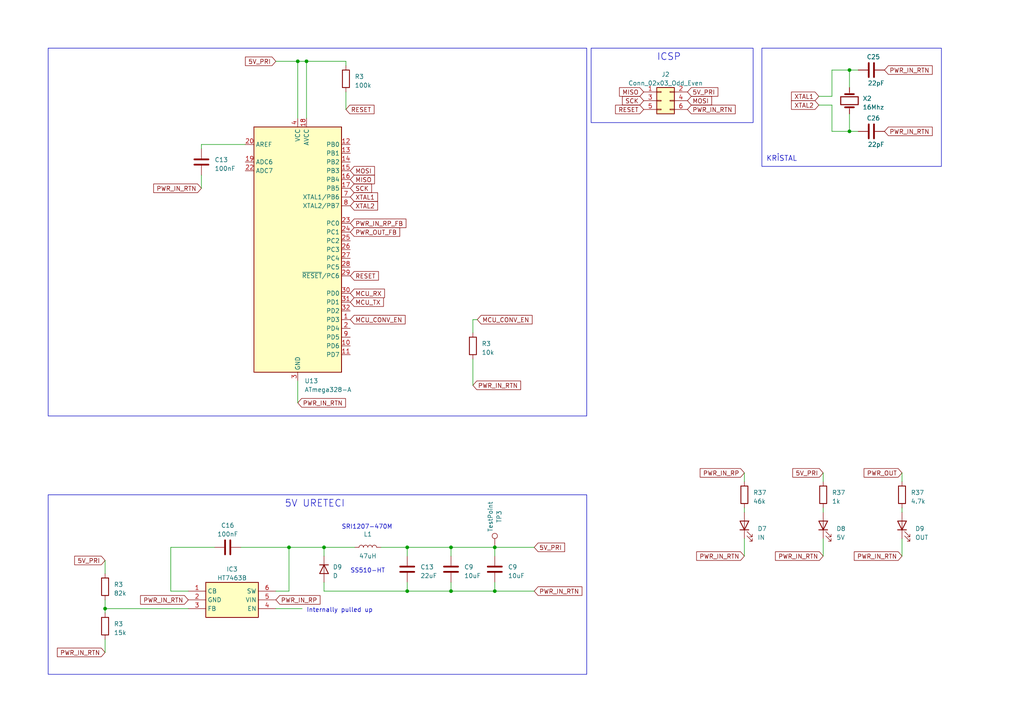
<source format=kicad_sch>
(kicad_sch (version 20230121) (generator eeschema)
  (paper "A4")
  (lib_symbols
    (symbol "Connector:TestPoint" (pin_numbers hide) (pin_names (offset 0.762) hide)
      (property "Reference" "TP" (at 0 6.858 0))
      (property "Value" "TestPoint" (at 0 5.08 0))
      (symbol "TestPoint_0_1"
        (circle (center 0 3.302) (radius 0.762))
      )
      (symbol "TestPoint_1_1"
        (pin passive line (at 0 0 90) (length 2.54) (name "1") (number "1"))
      )
    )
    (symbol "Connector_Generic:Conn_02x03_Odd_Even" (pin_names (offset 1.016) hide)
      (property "Reference" "J" (at 1.27 5.08 0))
      (property "Value" "Conn_02x03_Odd_Even" (at 1.27 -5.08 0))
      (symbol "Conn_02x03_Odd_Even_1_1"
        (rectangle (start -1.27 -2.413) (end 0 -2.667) (stroke (width 0.1524)))
        (rectangle (start -1.27 0.127) (end 0 -0.127) (stroke (width 0.1524)))
        (rectangle (start -1.27 2.667) (end 0 2.413) (stroke (width 0.1524)))
        (rectangle (start -1.27 3.81) (end 3.81 -3.81) (stroke (width 0.254)) (fill (type background)))
        (rectangle (start 3.81 -2.413) (end 2.54 -2.667) (stroke (width 0.1524)))
        (rectangle (start 3.81 0.127) (end 2.54 -0.127) (stroke (width 0.1524)))
        (rectangle (start 3.81 2.667) (end 2.54 2.413) (stroke (width 0.1524)))
        (pin passive line (at -5.08 2.54 0) (length 3.81) (name "Pin_1") (number "1"))
        (pin passive line (at 7.62 2.54 180) (length 3.81) (name "Pin_2") (number "2"))
        (pin passive line (at -5.08 0 0) (length 3.81) (name "Pin_3") (number "3"))
        (pin passive line (at 7.62 0 180) (length 3.81) (name "Pin_4") (number "4"))
        (pin passive line (at -5.08 -2.54 0) (length 3.81) (name "Pin_5") (number "5"))
        (pin passive line (at 7.62 -2.54 180) (length 3.81) (name "Pin_6") (number "6"))
      )
    )
    (symbol "Device:C" (pin_numbers hide) (pin_names (offset 0.254))
      (property "Reference" "C" (at 0.635 2.54 0))
      (property "Value" "C" (at 0.635 -2.54 0))
      (symbol "C_0_1"
        (polyline (pts (xy -2.032 -0.762) (xy 2.032 -0.762)) (stroke (width 0.508)))
        (polyline (pts (xy -2.032 0.762) (xy 2.032 0.762)) (stroke (width 0.508)))
      )
      (symbol "C_1_1"
        (pin passive line (at 0 3.81 270) (length 2.794) (name "~") (number "1"))
        (pin passive line (at 0 -3.81 90) (length 2.794) (name "~") (number "2"))
      )
    )
    (symbol "Device:Crystal" (pin_numbers hide) (pin_names (offset 1.016) hide)
      (property "Reference" "Y" (at 0 3.81 0))
      (property "Value" "Crystal" (at 0 -3.81 0))
      (symbol "Crystal_0_1"
        (rectangle (start -1.143 2.54) (end 1.143 -2.54) (stroke (width 0.3048)))
        (polyline (pts (xy -2.54 0) (xy -1.905 0)))
        (polyline (pts (xy -1.905 -1.27) (xy -1.905 1.27)) (stroke (width 0.508)))
        (polyline (pts (xy 1.905 -1.27) (xy 1.905 1.27)) (stroke (width 0.508)))
        (polyline (pts (xy 2.54 0) (xy 1.905 0)))
      )
      (symbol "Crystal_1_1"
        (pin passive line (at -3.81 0 0) (length 1.27) (name "1") (number "1"))
        (pin passive line (at 3.81 0 180) (length 1.27) (name "2") (number "2"))
      )
    )
    (symbol "Device:D" (pin_numbers hide) (pin_names (offset 1.016) hide)
      (property "Reference" "D" (at 0 2.54 0))
      (property "Value" "D" (at 0 -2.54 0))
      (symbol "D_0_1"
        (polyline (pts (xy -1.27 1.27) (xy -1.27 -1.27)) (stroke (width 0.254)))
        (polyline (pts (xy 1.27 0) (xy -1.27 0)))
        (polyline (pts (xy 1.27 1.27) (xy 1.27 -1.27) (xy -1.27 0) (xy 1.27 1.27)) (stroke (width 0.254)))
      )
      (symbol "D_1_1"
        (pin passive line (at -3.81 0 0) (length 2.54) (name "K") (number "1"))
        (pin passive line (at 3.81 0 180) (length 2.54) (name "A") (number "2"))
      )
    )
    (symbol "Device:L" (pin_numbers hide) (pin_names (offset 1.016) hide)
      (property "Reference" "L" (at -1.27 0 90))
      (property "Value" "L" (at 1.905 0 90))
      (symbol "L_0_1"
        (arc (start 0 -2.54) (mid 0.6323 -1.905) (end 0 -1.27))
        (arc (start 0 -1.27) (mid 0.6323 -0.635) (end 0 0))
        (arc (start 0 0) (mid 0.6323 0.635) (end 0 1.27))
        (arc (start 0 1.27) (mid 0.6323 1.905) (end 0 2.54))
      )
      (symbol "L_1_1"
        (pin passive line (at 0 3.81 270) (length 1.27) (name "1") (number "1"))
        (pin passive line (at 0 -3.81 90) (length 1.27) (name "2") (number "2"))
      )
    )
    (symbol "Device:LED" (pin_numbers hide) (pin_names (offset 1.016) hide)
      (property "Reference" "D" (at 0 2.54 0))
      (property "Value" "LED" (at 0 -2.54 0))
      (symbol "LED_0_1"
        (polyline (pts (xy -1.27 -1.27) (xy -1.27 1.27)) (stroke (width 0.254)))
        (polyline (pts (xy -1.27 0) (xy 1.27 0)))
        (polyline (pts (xy 1.27 -1.27) (xy 1.27 1.27) (xy -1.27 0) (xy 1.27 -1.27)) (stroke (width 0.254)))
        (polyline (pts (xy -3.048 -0.762) (xy -4.572 -2.286) (xy -3.81 -2.286) (xy -4.572 -2.286) (xy -4.572 -1.524)))
        (polyline (pts (xy -1.778 -0.762) (xy -3.302 -2.286) (xy -2.54 -2.286) (xy -3.302 -2.286) (xy -3.302 -1.524)))
      )
      (symbol "LED_1_1"
        (pin passive line (at -3.81 0 0) (length 2.54) (name "K") (number "1"))
        (pin passive line (at 3.81 0 180) (length 2.54) (name "A") (number "2"))
      )
    )
    (symbol "Device:R" (pin_numbers hide) (pin_names (offset 0))
      (property "Reference" "R" (at 2.032 0 90))
      (property "Value" "R" (at 0 0 90))
      (symbol "R_0_1"
        (rectangle (start -1.016 -2.54) (end 1.016 2.54) (stroke (width 0.254)))
      )
      (symbol "R_1_1"
        (pin passive line (at 0 3.81 270) (length 1.27) (name "~") (number "1"))
        (pin passive line (at 0 -3.81 90) (length 1.27) (name "~") (number "2"))
      )
    )
    (symbol "HT7463B:HT7463B"
      (property "Reference" "IC" (at 21.59 7.62 0))
      (property "Value" "HT7463B" (at 21.59 5.08 0))
      (symbol "HT7463B_1_1"
        (rectangle (start 5.08 2.54) (end 20.32 -7.62) (stroke (width 0.254)) (fill (type background)))
        (pin passive line (at 0 0 0) (length 5.08) (name "CB") (number "1"))
        (pin passive line (at 0 -2.54 0) (length 5.08) (name "GND") (number "2"))
        (pin passive line (at 0 -5.08 0) (length 5.08) (name "FB") (number "3"))
        (pin passive line (at 25.4 -5.08 180) (length 5.08) (name "EN") (number "4"))
        (pin passive line (at 25.4 -2.54 180) (length 5.08) (name "VIN") (number "5"))
        (pin passive line (at 25.4 0 180) (length 5.08) (name "SW") (number "6"))
      )
    )
    (symbol "MCU_Microchip_ATmega:ATmega328-A"
      (property "Reference" "U" (at -12.7 36.83 0))
      (property "Value" "ATmega328-A" (at 2.54 -36.83 0))
      (symbol "ATmega328-A_0_1"
        (rectangle (start -12.7 -35.56) (end 12.7 35.56) (stroke (width 0.254)) (fill (type background)))
      )
      (symbol "ATmega328-A_1_1"
        (pin bidirectional line (at 15.24 -20.32 180) (length 2.54) (name "PD3") (number "1"))
        (pin bidirectional line (at 15.24 -27.94 180) (length 2.54) (name "PD6") (number "10"))
        (pin bidirectional line (at 15.24 -30.48 180) (length 2.54) (name "PD7") (number "11"))
        (pin bidirectional line (at 15.24 30.48 180) (length 2.54) (name "PB0") (number "12"))
        (pin bidirectional line (at 15.24 27.94 180) (length 2.54) (name "PB1") (number "13"))
        (pin bidirectional line (at 15.24 25.4 180) (length 2.54) (name "PB2") (number "14"))
        (pin bidirectional line (at 15.24 22.86 180) (length 2.54) (name "PB3") (number "15"))
        (pin bidirectional line (at 15.24 20.32 180) (length 2.54) (name "PB4") (number "16"))
        (pin bidirectional line (at 15.24 17.78 180) (length 2.54) (name "PB5") (number "17"))
        (pin power_in line (at 2.54 38.1 270) (length 2.54) (name "AVCC") (number "18"))
        (pin input line (at -15.24 25.4 0) (length 2.54) (name "ADC6") (number "19"))
        (pin bidirectional line (at 15.24 -22.86 180) (length 2.54) (name "PD4") (number "2"))
        (pin passive line (at -15.24 30.48 0) (length 2.54) (name "AREF") (number "20"))
        (pin passive line (at 0 -38.1 90) (length 2.54) hide (name "GND") (number "21"))
        (pin input line (at -15.24 22.86 0) (length 2.54) (name "ADC7") (number "22"))
        (pin bidirectional line (at 15.24 7.62 180) (length 2.54) (name "PC0") (number "23"))
        (pin bidirectional line (at 15.24 5.08 180) (length 2.54) (name "PC1") (number "24"))
        (pin bidirectional line (at 15.24 2.54 180) (length 2.54) (name "PC2") (number "25"))
        (pin bidirectional line (at 15.24 0 180) (length 2.54) (name "PC3") (number "26"))
        (pin bidirectional line (at 15.24 -2.54 180) (length 2.54) (name "PC4") (number "27"))
        (pin bidirectional line (at 15.24 -5.08 180) (length 2.54) (name "PC5") (number "28"))
        (pin bidirectional line (at 15.24 -7.62 180) (length 2.54) (name "~{RESET}/PC6") (number "29"))
        (pin power_in line (at 0 -38.1 90) (length 2.54) (name "GND") (number "3"))
        (pin bidirectional line (at 15.24 -12.7 180) (length 2.54) (name "PD0") (number "30"))
        (pin bidirectional line (at 15.24 -15.24 180) (length 2.54) (name "PD1") (number "31"))
        (pin bidirectional line (at 15.24 -17.78 180) (length 2.54) (name "PD2") (number "32"))
        (pin power_in line (at 0 38.1 270) (length 2.54) (name "VCC") (number "4"))
        (pin passive line (at 0 -38.1 90) (length 2.54) hide (name "GND") (number "5"))
        (pin passive line (at 0 38.1 270) (length 2.54) hide (name "VCC") (number "6"))
        (pin bidirectional line (at 15.24 15.24 180) (length 2.54) (name "XTAL1/PB6") (number "7"))
        (pin bidirectional line (at 15.24 12.7 180) (length 2.54) (name "XTAL2/PB7") (number "8"))
        (pin bidirectional line (at 15.24 -25.4 180) (length 2.54) (name "PD5") (number "9"))
      )
    )
  )
  (junction (at 86.36 17.78))
  (junction (at 130.81 158.75))
  (junction (at 93.98 158.75))
  (junction (at 143.51 171.45))
  (junction (at 246.38 20.32))
  (junction (at 130.81 171.45))
  (junction (at 88.9 17.78))
  (junction (at 118.11 158.75))
  (junction (at 83.82 158.75))
  (junction (at 143.51 158.75))
  (junction (at 30.48 176.53))
  (junction (at 246.38 38.1))
  (junction (at 118.11 171.45))
  (wire (pts (xy 215.9 156.21) (xy 215.9 161.29)))
  (wire (pts (xy 215.9 137.16) (xy 215.9 139.7)))
  (wire (pts (xy 143.51 158.75) (xy 154.94 158.75)))
  (wire (pts (xy 137.16 92.71) (xy 137.16 96.52)))
  (wire (pts (xy 58.42 41.91) (xy 58.42 43.18)))
  (wire (pts (xy 86.36 110.49) (xy 86.36 116.84)))
  (wire (pts (xy 100.33 19.05) (xy 100.33 17.78)))
  (wire (pts (xy 93.98 158.75) (xy 102.87 158.75)))
  (wire (pts (xy 88.9 34.29) (xy 88.9 17.78)))
  (wire (pts (xy 83.82 158.75) (xy 83.82 171.45)))
  (wire (pts (xy 93.98 168.91) (xy 93.98 171.45)))
  (wire (pts (xy 246.38 38.1) (xy 241.3 38.1)))
  (wire (pts (xy 143.51 171.45) (xy 154.94 171.45)))
  (wire (pts (xy 246.38 25.4) (xy 246.38 20.32)))
  (wire (pts (xy 130.81 171.45) (xy 143.51 171.45)))
  (wire (pts (xy 246.38 20.32) (xy 241.3 20.32)))
  (wire (pts (xy 49.53 171.45) (xy 49.53 158.75)))
  (wire (pts (xy 215.9 147.32) (xy 215.9 148.59)))
  (wire (pts (xy 246.38 38.1) (xy 248.92 38.1)))
  (wire (pts (xy 241.3 38.1) (xy 241.3 30.48)))
  (wire (pts (xy 100.33 26.67) (xy 100.33 31.75)))
  (wire (pts (xy 30.48 162.56) (xy 30.48 166.37)))
  (wire (pts (xy 49.53 158.75) (xy 62.23 158.75)))
  (wire (pts (xy 110.49 158.75) (xy 118.11 158.75)))
  (wire (pts (xy 58.42 50.8) (xy 58.42 54.61)))
  (wire (pts (xy 118.11 158.75) (xy 118.11 161.29)))
  (wire (pts (xy 69.85 158.75) (xy 83.82 158.75)))
  (wire (pts (xy 80.01 17.78) (xy 86.36 17.78)))
  (wire (pts (xy 261.62 156.21) (xy 261.62 161.29)))
  (wire (pts (xy 237.49 30.48) (xy 241.3 30.48)))
  (wire (pts (xy 83.82 171.45) (xy 80.01 171.45)))
  (wire (pts (xy 88.9 17.78) (xy 100.33 17.78)))
  (wire (pts (xy 237.49 27.94) (xy 241.3 27.94)))
  (wire (pts (xy 137.16 104.14) (xy 137.16 111.76)))
  (wire (pts (xy 143.51 161.29) (xy 143.51 158.75)))
  (wire (pts (xy 118.11 168.91) (xy 118.11 171.45)))
  (wire (pts (xy 118.11 171.45) (xy 130.81 171.45)))
  (wire (pts (xy 238.76 137.16) (xy 238.76 139.7)))
  (wire (pts (xy 238.76 147.32) (xy 238.76 148.59)))
  (wire (pts (xy 93.98 171.45) (xy 118.11 171.45)))
  (wire (pts (xy 30.48 173.99) (xy 30.48 176.53)))
  (wire (pts (xy 88.9 17.78) (xy 86.36 17.78)))
  (wire (pts (xy 58.42 41.91) (xy 71.12 41.91)))
  (wire (pts (xy 241.3 20.32) (xy 241.3 27.94)))
  (wire (pts (xy 246.38 33.02) (xy 246.38 38.1)))
  (wire (pts (xy 30.48 176.53) (xy 30.48 177.8)))
  (wire (pts (xy 83.82 158.75) (xy 93.98 158.75)))
  (wire (pts (xy 246.38 20.32) (xy 248.92 20.32)))
  (wire (pts (xy 138.43 92.71) (xy 137.16 92.71)))
  (wire (pts (xy 130.81 168.91) (xy 130.81 171.45)))
  (wire (pts (xy 238.76 156.21) (xy 238.76 161.29)))
  (wire (pts (xy 130.81 158.75) (xy 143.51 158.75)))
  (wire (pts (xy 93.98 158.75) (xy 93.98 161.29)))
  (wire (pts (xy 80.01 176.53) (xy 87.63 176.53)))
  (wire (pts (xy 54.61 171.45) (xy 49.53 171.45)))
  (wire (pts (xy 261.62 137.16) (xy 261.62 139.7)))
  (wire (pts (xy 130.81 161.29) (xy 130.81 158.75)))
  (wire (pts (xy 261.62 147.32) (xy 261.62 148.59)))
  (wire (pts (xy 30.48 185.42) (xy 30.48 189.23)))
  (wire (pts (xy 143.51 168.91) (xy 143.51 171.45)))
  (wire (pts (xy 30.48 176.53) (xy 54.61 176.53)))
  (wire (pts (xy 118.11 158.75) (xy 130.81 158.75)))
  (wire (pts (xy 86.36 17.78) (xy 86.36 34.29)))
  (rectangle (start 171.45 13.97) (end 218.44 35.56))
  (rectangle (start 13.97 13.97) (end 170.18 120.65))
  (rectangle (start 13.97 143.51) (end 170.18 195.58))
  (rectangle (start 220.98 13.97) (end 273.05 48.26))
  (text "SRI1207-470M" (at 99.06 153.67 0) (effects (font (size 1.27 1.27)) (justify left bottom)))
  (text "KRİSTAL" (at 222.25 46.99 0) (effects (font (size 1.5 1.5)) (justify left bottom)))
  (text "SS510-HT" (at 101.6 166.37 0) (effects (font (size 1.27 1.27)) (justify left bottom)))
  (text "Internally pulled up" (at 88.9 177.8 0) (effects (font (size 1.27 1.27)) (justify left bottom)))
  (text "ICSP" (at 190.5 17.78 0) (effects (font (size 2 2)) (justify left bottom)))
  (text "5V URETECI" (at 82.55 147.32 0) (effects (font (size 2 2)) (justify left bottom)))
  (global_label "PWR_IN_RTN" (shape input) (at 199.39 31.75 0) (property "Intersheetrefs" "${INTERSHEET_REFS}" (effects hide)))
  (global_label "5V_PRI" (shape input) (at 238.76 137.16 180) (property "Intersheetrefs" "${INTERSHEET_REFS}" (effects hide)))
  (global_label "MCU_CONV_EN" (shape input) (at 101.6 92.71 0) (property "Intersheetrefs" "${INTERSHEET_REFS}" (effects hide)))
  (global_label "MOSI" (shape input) (at 101.6 49.53 0) (property "Intersheetrefs" "${INTERSHEET_REFS}" (effects hide)))
  (global_label "5V_PRI" (shape input) (at 154.94 158.75 0) (property "Intersheetrefs" "${INTERSHEET_REFS}" (effects hide)))
  (global_label "5V_PRI" (shape input) (at 30.48 162.56 180) (property "Intersheetrefs" "${INTERSHEET_REFS}" (effects hide)))
  (global_label "PWR_OUT" (shape input) (at 261.62 137.16 180) (property "Intersheetrefs" "${INTERSHEET_REFS}" (effects hide)))
  (global_label "PWR_OUT_FB" (shape input) (at 101.6 67.31 0) (property "Intersheetrefs" "${INTERSHEET_REFS}" (effects hide)))
  (global_label "PWR_IN_RP_FB" (shape input) (at 101.6 64.77 0) (property "Intersheetrefs" "${INTERSHEET_REFS}" (effects hide)))
  (global_label "PWR_IN_RTN" (shape input) (at 30.48 189.23 180) (property "Intersheetrefs" "${INTERSHEET_REFS}" (effects hide)))
  (global_label "RESET" (shape input) (at 186.69 31.75 180) (property "Intersheetrefs" "${INTERSHEET_REFS}" (effects hide)))
  (global_label "MCU_RX" (shape input) (at 101.6 85.09 0) (property "Intersheetrefs" "${INTERSHEET_REFS}" (effects hide)))
  (global_label "PWR_IN_RTN" (shape input) (at 58.42 54.61 180) (property "Intersheetrefs" "${INTERSHEET_REFS}" (effects hide)))
  (global_label "RESET" (shape input) (at 100.33 31.75 0) (property "Intersheetrefs" "${INTERSHEET_REFS}" (effects hide)))
  (global_label "PWR_IN_RTN" (shape input) (at 54.61 173.99 180) (property "Intersheetrefs" "${INTERSHEET_REFS}" (effects hide)))
  (global_label "PWR_IN_RP" (shape input) (at 215.9 137.16 180) (property "Intersheetrefs" "${INTERSHEET_REFS}" (effects hide)))
  (global_label "PWR_IN_RTN" (shape input) (at 215.9 161.29 180) (property "Intersheetrefs" "${INTERSHEET_REFS}" (effects hide)))
  (global_label "PWR_IN_RTN" (shape input) (at 256.54 20.32 0) (property "Intersheetrefs" "${INTERSHEET_REFS}" (effects hide)))
  (global_label "MOSI" (shape input) (at 199.39 29.21 0) (property "Intersheetrefs" "${INTERSHEET_REFS}" (effects hide)))
  (global_label "SCK" (shape input) (at 101.6 54.61 0) (property "Intersheetrefs" "${INTERSHEET_REFS}" (effects hide)))
  (global_label "5V_PRI" (shape input) (at 199.39 26.67 0) (property "Intersheetrefs" "${INTERSHEET_REFS}" (effects hide)))
  (global_label "RESET" (shape input) (at 101.6 80.01 0) (property "Intersheetrefs" "${INTERSHEET_REFS}" (effects hide)))
  (global_label "PWR_IN_RTN" (shape input) (at 86.36 116.84 0) (property "Intersheetrefs" "${INTERSHEET_REFS}" (effects hide)))
  (global_label "PWR_IN_RTN" (shape input) (at 261.62 161.29 180) (property "Intersheetrefs" "${INTERSHEET_REFS}" (effects hide)))
  (global_label "PWR_IN_RTN" (shape input) (at 238.76 161.29 180) (property "Intersheetrefs" "${INTERSHEET_REFS}" (effects hide)))
  (global_label "XTAL1" (shape input) (at 237.49 27.94 180) (property "Intersheetrefs" "${INTERSHEET_REFS}" (effects hide)))
  (global_label "XTAL1" (shape input) (at 101.6 57.15 0) (property "Intersheetrefs" "${INTERSHEET_REFS}" (effects hide)))
  (global_label "SCK" (shape input) (at 186.69 29.21 180) (property "Intersheetrefs" "${INTERSHEET_REFS}" (effects hide)))
  (global_label "MCU_TX" (shape input) (at 101.6 87.63 0) (property "Intersheetrefs" "${INTERSHEET_REFS}" (effects hide)))
  (global_label "PWR_IN_RTN" (shape input) (at 154.94 171.45 0) (property "Intersheetrefs" "${INTERSHEET_REFS}" (effects hide)))
  (global_label "PWR_IN_RP" (shape input) (at 80.01 173.99 0) (property "Intersheetrefs" "${INTERSHEET_REFS}" (effects hide)))
  (global_label "MISO" (shape input) (at 101.6 52.07 0) (property "Intersheetrefs" "${INTERSHEET_REFS}" (effects hide)))
  (global_label "MCU_CONV_EN" (shape input) (at 138.43 92.71 0) (property "Intersheetrefs" "${INTERSHEET_REFS}" (effects hide)))
  (global_label "5V_PRI" (shape input) (at 80.01 17.78 180) (property "Intersheetrefs" "${INTERSHEET_REFS}" (effects hide)))
  (global_label "MISO" (shape input) (at 186.69 26.67 180) (property "Intersheetrefs" "${INTERSHEET_REFS}" (effects hide)))
  (global_label "XTAL2" (shape input) (at 101.6 59.69 0) (property "Intersheetrefs" "${INTERSHEET_REFS}" (effects hide)))
  (global_label "PWR_IN_RTN" (shape input) (at 256.54 38.1 0) (property "Intersheetrefs" "${INTERSHEET_REFS}" (effects hide)))
  (global_label "XTAL2" (shape input) (at 237.49 30.48 180) (property "Intersheetrefs" "${INTERSHEET_REFS}" (effects hide)))
  (global_label "PWR_IN_RTN" (shape input) (at 137.16 111.76 0) (property "Intersheetrefs" "${INTERSHEET_REFS}" (effects hide)))
  (symbol (lib_id "Connector:TestPoint") (at 143.51 158.75 0) (unit 1)
    (property "Reference" "TP3" (at 144.78 149.86 90))
    (property "Value" "TestPoint" (at 142.24 149.86 90))
    (property "Footprint" "TestPoint:TestPoint_THTPad_D2.0mm_Drill1.0mm" (effects hide))
    (instances (project "power" (path "" (reference "TP3") (unit 1))) (project "MTAL_PWR" (path "" (reference "TP1") (unit 1)) (path "" (reference "5V_PRI1") (unit 1))) (project "24V_1A" (path "" (reference "TP1") (unit 1))) (project "GEP_HW" (path "" (reference "TP3") (unit 1)) (path "" (reference "3V3") (unit 1))))
  )
  (symbol (lib_id "Device:Crystal") (at 246.38 29.21 90) (unit 1)
    (property "Reference" "X2" (at 250.19 28.575 90) (effects (justify right)))
    (property "Value" "16Mhz" (at 250.19 31.115 90) (effects (justify right)))
    (property "Footprint" "Crystal:Crystal_HC49-4H_Vertical" (effects hide))
    (instances (project "ethernet" (path "" (reference "X2") (unit 1))) (project "MTAL_PWR" (path "" (reference "X1") (unit 1))) (project "24V_1A" (path "" (reference "X1") (unit 1))) (project "GEP_HW" (path "" (reference "X2") (unit 1))))
  )
  (symbol (lib_id "Device:LED") (at 215.9 152.4 90) (unit 1)
    (property "Reference" "D7" (at 219.71 153.3525 90) (effects (justify right)))
    (property "Value" "IN" (at 219.71 155.8925 90) (effects (justify right)))
    (property "Footprint" "LED_SMD:LED_0603_1608Metric_Pad1.05x0.95mm_HandSolder" (effects hide))
  )
  (symbol (lib_id "Connector_Generic:Conn_02x03_Odd_Even") (at 191.77 29.21 0) (unit 1)
    (property "Reference" "J2" (at 193.04 21.59 0))
    (property "Value" "Conn_02x03_Odd_Even" (at 193.04 24.13 0))
    (property "Footprint" "Connector_PinHeader_2.54mm:PinHeader_2x03_P2.54mm_Vertical" (effects hide))
  )
  (symbol (lib_id "Device:C") (at 58.42 46.99 180) (unit 1)
    (property "Reference" "C13" (at 62.23 46.355 0) (effects (justify right)))
    (property "Value" "100nF" (at 62.23 48.895 0) (effects (justify right)))
    (property "Footprint" "Capacitor_SMD:C_0603_1608Metric_Pad1.08x0.95mm_HandSolder" (effects hide))
    (instances (project "MTAL_PWR" (path "" (reference "C13") (unit 1)) (path "" (reference "C43") (unit 1)) (path "" (reference "C55") (unit 1)) (path "" (reference "C68") (unit 1))) (project "24V_1A" (path "" (reference "C27") (unit 1))))
  )
  (symbol (lib_id "Device:R") (at 137.16 100.33 0) (unit 1)
    (property "Reference" "R3" (at 139.7 99.695 0) (effects (justify left)))
    (property "Value" "10k" (at 139.7 102.235 0) (effects (justify left)))
    (property "Footprint" "Resistor_SMD:R_0603_1608Metric" (effects hide))
    (instances (project "MTAL_PWR" (path "" (reference "R3") (unit 1)) (path "" (reference "R19") (unit 1)) (path "" (reference "R37") (unit 1)) (path "" (reference "R56") (unit 1))) (project "24V_1A" (path "" (reference "R13") (unit 1))))
  )
  (symbol (lib_id "Device:R") (at 100.33 22.86 0) (unit 1)
    (property "Reference" "R3" (at 102.87 22.225 0) (effects (justify left)))
    (property "Value" "100k" (at 102.87 24.765 0) (effects (justify left)))
    (property "Footprint" "Resistor_SMD:R_0603_1608Metric" (effects hide))
    (instances (project "MTAL_PWR" (path "" (reference "R3") (unit 1)) (path "" (reference "R19") (unit 1)) (path "" (reference "R37") (unit 1)) (path "" (reference "R56") (unit 1))) (project "24V_1A" (path "" (reference "R5") (unit 1))))
  )
  (symbol (lib_id "Device:R") (at 238.76 143.51 0) (unit 1)
    (property "Reference" "R37" (at 241.3 142.875 0) (effects (justify left)))
    (property "Value" "1k" (at 241.3 145.415 0) (effects (justify left)))
    (property "Footprint" "Resistor_SMD:R_0603_1608Metric" (effects hide))
    (instances (project "MCU_LED_COMM" (path "" (reference "R37") (unit 1))) (project "power" (path "" (reference "R37") (unit 1))) (project "MTAL_PWR" (path "" (reference "R64") (unit 1))) (project "24V_1A" (path "" (reference "R15") (unit 1))) (project "GEP_HW" (path "" (reference "R37") (unit 1)) (path "" (reference "R4") (unit 1)) (path "" (reference "R56") (unit 1)) (path "" (reference "R28") (unit 1))))
  )
  (symbol (lib_id "Device:C") (at 252.73 38.1 90) (unit 1)
    (property "Reference" "C26" (at 255.27 34.29 90) (effects (justify left)))
    (property "Value" "22pF" (at 256.54 41.91 90) (effects (justify left)))
    (property "Footprint" "Capacitor_SMD:C_0603_1608Metric" (effects hide))
    (instances (project "ethernet" (path "" (reference "C26") (unit 1))) (project "MTAL_PWR" (path "" (reference "C64") (unit 1))) (project "24V_1A" (path "" (reference "C29") (unit 1))) (project "GEP_HW" (path "" (reference "C26") (unit 1))))
  )
  (symbol (lib_id "Device:LED") (at 261.62 152.4 90) (unit 1)
    (property "Reference" "D9" (at 265.43 153.3525 90) (effects (justify right)))
    (property "Value" "OUT" (at 265.43 155.8925 90) (effects (justify right)))
    (property "Footprint" "LED_SMD:LED_0603_1608Metric_Pad1.05x0.95mm_HandSolder" (effects hide))
  )
  (symbol (lib_id "Device:LED") (at 238.76 152.4 90) (unit 1)
    (property "Reference" "D8" (at 242.57 153.3525 90) (effects (justify right)))
    (property "Value" "5V" (at 242.57 155.8925 90) (effects (justify right)))
    (property "Footprint" "LED_SMD:LED_0603_1608Metric_Pad1.05x0.95mm_HandSolder" (effects hide))
  )
  (symbol (lib_id "Device:R") (at 215.9 143.51 0) (unit 1)
    (property "Reference" "R37" (at 218.44 142.875 0) (effects (justify left)))
    (property "Value" "46k" (at 218.44 145.415 0) (effects (justify left)))
    (property "Footprint" "Resistor_SMD:R_0603_1608Metric" (effects hide))
    (instances (project "MCU_LED_COMM" (path "" (reference "R37") (unit 1))) (project "power" (path "" (reference "R37") (unit 1))) (project "MTAL_PWR" (path "" (reference "R64") (unit 1))) (project "24V_1A" (path "" (reference "R14") (unit 1))) (project "GEP_HW" (path "" (reference "R37") (unit 1)) (path "" (reference "R4") (unit 1)) (path "" (reference "R56") (unit 1)) (path "" (reference "R28") (unit 1))))
  )
  (symbol (lib_id "HT7463B:HT7463B") (at 54.61 171.45 0) (unit 1)
    (property "Reference" "IC3" (at 67.31 165.1 0))
    (property "Value" "HT7463B" (at 67.31 167.64 0))
    (property "Footprint" "HT7463B:SOT95P280X145-6N" (effects hide))
    (property "Datasheet" "https://cdn.ozdisan.com/ETicaret_Dosya/533375_4556522.pdf" (effects hide))
    (property "Height" "1.45" (effects hide))
    (property "Manufacturer_Name" "Holtek" (effects hide))
    (property "Manufacturer_Part_Number" "HT7463B" (effects hide))
    (instances (project "MTAL_PWR" (path "" (reference "IC3") (unit 1))) (project "24V_1A" (path "" (reference "IC2") (unit 1))))
  )
  (symbol (lib_id "Device:C") (at 252.73 20.32 90) (unit 1)
    (property "Reference" "C25" (at 255.27 16.51 90) (effects (justify left)))
    (property "Value" "22pF" (at 256.54 24.13 90) (effects (justify left)))
    (property "Footprint" "Capacitor_SMD:C_0603_1608Metric" (effects hide))
    (instances (project "ethernet" (path "" (reference "C25") (unit 1))) (project "MTAL_PWR" (path "" (reference "C63") (unit 1))) (project "24V_1A" (path "" (reference "C28") (unit 1))) (project "GEP_HW" (path "" (reference "C25") (unit 1))))
  )
  (symbol (lib_id "Device:C") (at 118.11 165.1 180) (unit 1)
    (property "Reference" "C13" (at 121.92 164.465 0) (effects (justify right)))
    (property "Value" "22uF" (at 121.92 167.005 0) (effects (justify right)))
    (property "Footprint" "Capacitor_SMD:C_1206_3216Metric_Pad1.33x1.80mm_HandSolder" (effects hide))
    (instances (project "MTAL_PWR" (path "" (reference "C13") (unit 1)) (path "" (reference "C71") (unit 1))) (project "24V_1A" (path "" (reference "C31") (unit 1))))
  )
  (symbol (lib_id "Device:C") (at 143.51 165.1 0) (unit 1)
    (property "Reference" "C9" (at 147.32 164.465 0) (effects (justify left)))
    (property "Value" "10uF" (at 147.32 167.005 0) (effects (justify left)))
    (property "Footprint" "Capacitor_SMD:C_1206_3216Metric_Pad1.33x1.80mm_HandSolder" (effects hide))
    (instances (project "MTAL_PWR" (path "" (reference "C9") (unit 1)) (path "" (reference "C42") (unit 1))) (project "24V_1A" (path "" (reference "C33") (unit 1))))
  )
  (symbol (lib_id "Device:R") (at 30.48 170.18 0) (mirror y) (unit 1)
    (property "Reference" "R3" (at 33.02 169.545 0) (effects (justify right)))
    (property "Value" "82k" (at 33.02 172.085 0) (effects (justify right)))
    (property "Footprint" "Resistor_SMD:R_0603_1608Metric" (effects hide))
    (instances (project "MTAL_PWR" (path "" (reference "R3") (unit 1)) (path "" (reference "R79") (unit 1))) (project "24V_1A" (path "" (reference "R6") (unit 1))))
  )
  (symbol (lib_id "Device:D") (at 93.98 165.1 270) (unit 1)
    (property "Reference" "D9" (at 96.52 164.465 90) (effects (justify left)))
    (property "Value" "D" (at 96.52 167.005 90) (effects (justify left)))
    (property "Footprint" "Diode_SMD:D_SMA" (effects hide))
    (property "Sim.Device" "D" (effects hide))
    (property "Sim.Pins" "1=K 2=A" (effects hide))
    (instances (project "relay" (path "" (reference "D9") (unit 1))) (project "MTAL_PWR" (path "" (reference "D6") (unit 1)) (path "" (reference "D17") (unit 1))) (project "24V_1A" (path "" (reference "D3") (unit 1))) (project "GEP_HW" (path "" (reference "D9") (unit 1))))
  )
  (symbol (lib_id "Device:R") (at 261.62 143.51 0) (unit 1)
    (property "Reference" "R37" (at 264.16 142.875 0) (effects (justify left)))
    (property "Value" "4.7k" (at 264.16 145.415 0) (effects (justify left)))
    (property "Footprint" "Resistor_SMD:R_0603_1608Metric" (effects hide))
    (instances (project "MCU_LED_COMM" (path "" (reference "R37") (unit 1))) (project "power" (path "" (reference "R37") (unit 1))) (project "MTAL_PWR" (path "" (reference "R64") (unit 1))) (project "24V_1A" (path "" (reference "R16") (unit 1))) (project "GEP_HW" (path "" (reference "R37") (unit 1)) (path "" (reference "R4") (unit 1)) (path "" (reference "R56") (unit 1)) (path "" (reference "R28") (unit 1))))
  )
  (symbol (lib_id "Device:L") (at 106.68 158.75 90) (unit 1)
    (property "Reference" "L1" (at 106.68 154.94 90))
    (property "Value" "47uH" (at 106.68 161.29 90))
    (property "Footprint" "Inductor_SMD:L_12x12mm_H8mm" (effects hide))
    (instances (project "power" (path "" (reference "L1") (unit 1))) (project "MTAL_PWR" (path "" (reference "L1") (unit 1)) (path "" (reference "L3") (unit 1))) (project "24V_1A" (path "" (reference "L2") (unit 1))) (project "GEP_HW" (path "" (reference "L1") (unit 1))))
  )
  (symbol (lib_id "Device:R") (at 30.48 181.61 0) (mirror y) (unit 1)
    (property "Reference" "R3" (at 33.02 180.975 0) (effects (justify right)))
    (property "Value" "15k" (at 33.02 183.515 0) (effects (justify right)))
    (property "Footprint" "Resistor_SMD:R_0603_1608Metric" (effects hide))
    (instances (project "MTAL_PWR" (path "" (reference "R3") (unit 1)) (path "" (reference "R80") (unit 1))) (project "24V_1A" (path "" (reference "R7") (unit 1))))
  )
  (symbol (lib_id "Device:C") (at 130.81 165.1 0) (unit 1)
    (property "Reference" "C9" (at 134.62 164.465 0) (effects (justify left)))
    (property "Value" "10uF" (at 134.62 167.005 0) (effects (justify left)))
    (property "Footprint" "Capacitor_SMD:C_1206_3216Metric_Pad1.33x1.80mm_HandSolder" (effects hide))
    (instances (project "MTAL_PWR" (path "" (reference "C9") (unit 1)) (path "" (reference "C41") (unit 1))) (project "24V_1A" (path "" (reference "C32") (unit 1))))
  )
  (symbol (lib_id "Device:C") (at 66.04 158.75 90) (unit 1)
    (property "Reference" "C16" (at 66.04 152.4 90))
    (property "Value" "100nF" (at 66.04 154.94 90))
    (property "Footprint" "Capacitor_SMD:C_0603_1608Metric_Pad1.08x0.95mm_HandSolder" (effects hide))
    (instances (project "MTAL_PWR" (path "" (reference "C16") (unit 1)) (path "" (reference "C35") (unit 1))) (project "24V_1A" (path "" (reference "C30") (unit 1))))
  )
  (symbol (lib_id "MCU_Microchip_ATmega:ATmega328-A") (at 86.36 72.39 0) (unit 1)
    (property "Reference" "U13" (at 88.3159 110.49 0) (effects (justify left)))
    (property "Value" "ATmega328-A" (at 88.3159 113.03 0) (effects (justify left)))
    (property "Footprint" "Package_QFP:TQFP-32_7x7mm_P0.8mm" (effects hide))
    (property "Datasheet" "http://ww1.microchip.com/downloads/en/DeviceDoc/ATmega328_P%20AVR%20MCU%20with%20picoPower%20Technology%20Data%20Sheet%2040001984A.pdf" (effects hide))
    (instances (project "MTAL_PWR" (path "" (reference "U13") (unit 1))) (project "24V_1A" (path "" (reference "U1") (unit 1))))
  )
)
</source>
